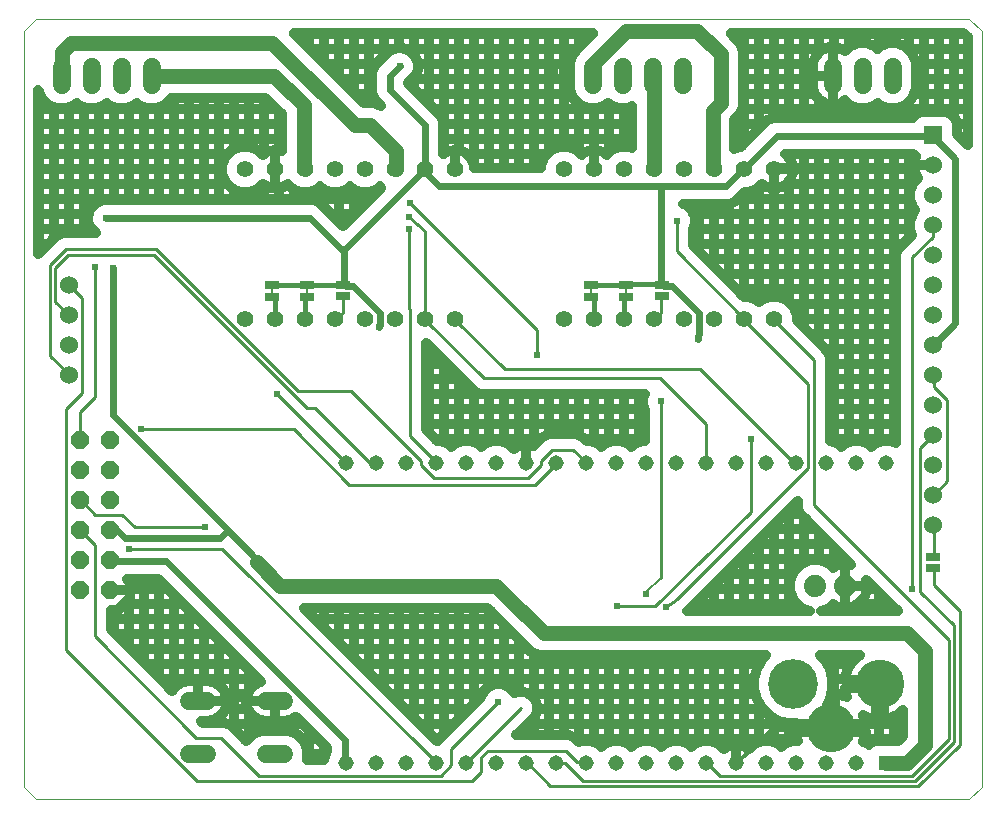
<source format=gbl>
G75*
%MOIN*%
%OFA0B0*%
%FSLAX25Y25*%
%IPPOS*%
%LPD*%
%AMOC8*
5,1,8,0,0,1.08239X$1,22.5*
%
%ADD10C,0.00000*%
%ADD11C,0.06000*%
%ADD12R,0.06000X0.06000*%
%ADD13R,0.05150X0.05150*%
%ADD14C,0.05150*%
%ADD15C,0.05543*%
%ADD16R,0.05000X0.02500*%
%ADD17C,0.00800*%
%ADD18C,0.16598*%
%ADD19C,0.16200*%
%ADD20C,0.07400*%
%ADD21C,0.05937*%
%ADD22C,0.06000*%
%ADD23OC8,0.06000*%
%ADD24C,0.01200*%
%ADD25C,0.02400*%
%ADD26C,0.01600*%
%ADD27C,0.03200*%
%ADD28C,0.05000*%
%ADD29OC8,0.02570*%
%ADD30C,0.02400*%
%ADD31C,0.01000*%
%ADD32C,0.04000*%
D10*
X0001000Y0004937D02*
X0001000Y0256906D01*
X0004937Y0260843D01*
X0315961Y0260843D01*
X0320409Y0256906D01*
X0320409Y0004937D01*
X0315961Y0001000D01*
X0004937Y0001000D01*
X0001000Y0004937D01*
D11*
X0016039Y0142063D03*
X0016039Y0152063D03*
X0016039Y0162063D03*
X0016039Y0172063D03*
X0304150Y0172063D03*
X0304150Y0182063D03*
X0304150Y0192063D03*
X0304150Y0202063D03*
X0304150Y0212063D03*
X0304150Y0162063D03*
X0304150Y0152063D03*
X0304150Y0142063D03*
X0304150Y0132063D03*
X0304150Y0122063D03*
X0304150Y0112063D03*
X0304150Y0102063D03*
X0304150Y0092063D03*
D12*
X0304150Y0222063D03*
D13*
X0288402Y0012811D03*
D14*
X0278402Y0012811D03*
X0268402Y0012811D03*
X0258402Y0012811D03*
X0248402Y0012811D03*
X0238402Y0012811D03*
X0228402Y0012811D03*
X0218402Y0012811D03*
X0208402Y0012811D03*
X0198402Y0012811D03*
X0188402Y0012811D03*
X0178402Y0012811D03*
X0168402Y0012811D03*
X0158402Y0012811D03*
X0148402Y0012811D03*
X0138402Y0012811D03*
X0128402Y0012811D03*
X0118402Y0012811D03*
X0108402Y0012811D03*
X0108402Y0112811D03*
X0118402Y0112811D03*
X0128402Y0112811D03*
X0138402Y0112811D03*
X0148402Y0112811D03*
X0158402Y0112811D03*
X0168402Y0112811D03*
X0178402Y0112811D03*
X0188402Y0112811D03*
X0198402Y0112811D03*
X0208402Y0112811D03*
X0218402Y0112811D03*
X0228402Y0112811D03*
X0238402Y0112811D03*
X0248402Y0112811D03*
X0258402Y0112811D03*
X0268402Y0112811D03*
X0278402Y0112811D03*
X0288402Y0112811D03*
D15*
X0251039Y0160724D03*
X0241039Y0160724D03*
X0231039Y0160724D03*
X0221039Y0160724D03*
X0211039Y0160724D03*
X0201039Y0160724D03*
X0191039Y0160724D03*
X0181039Y0160724D03*
X0144740Y0160724D03*
X0134740Y0160724D03*
X0124740Y0160724D03*
X0114740Y0160724D03*
X0104740Y0160724D03*
X0094740Y0160724D03*
X0084740Y0160724D03*
X0074740Y0160724D03*
X0074740Y0210724D03*
X0084740Y0210724D03*
X0094740Y0210724D03*
X0104740Y0210724D03*
X0114740Y0210724D03*
X0124740Y0210724D03*
X0134740Y0210724D03*
X0144740Y0210724D03*
X0181039Y0210724D03*
X0191039Y0210724D03*
X0201039Y0210724D03*
X0211039Y0210724D03*
X0221039Y0210724D03*
X0231039Y0210724D03*
X0241039Y0210724D03*
X0251039Y0210724D03*
D16*
X0213598Y0172063D03*
X0213598Y0168520D03*
X0201787Y0168291D03*
X0201787Y0172291D03*
X0189976Y0172291D03*
X0189976Y0168291D03*
X0107299Y0168520D03*
X0107299Y0172063D03*
X0095488Y0172291D03*
X0095488Y0168291D03*
X0083677Y0168291D03*
X0083677Y0172291D03*
X0304150Y0081512D03*
X0304150Y0077969D03*
D17*
X0213344Y0074622D02*
X0208480Y0069759D01*
X0208480Y0069110D01*
X0201787Y0168791D02*
X0201787Y0171791D01*
X0189976Y0171791D02*
X0189976Y0168791D01*
X0095488Y0168791D02*
X0095488Y0171791D01*
X0083677Y0171791D02*
X0083677Y0168791D01*
D18*
X0257387Y0039189D03*
D19*
X0269898Y0024380D03*
X0286209Y0039089D03*
D20*
X0274780Y0071866D03*
X0264780Y0071866D03*
D21*
X0087630Y0033480D02*
X0081693Y0033480D01*
X0081693Y0015764D02*
X0087630Y0015764D01*
X0062039Y0015764D02*
X0056102Y0015764D01*
X0056102Y0033480D02*
X0062039Y0033480D01*
D22*
X0043559Y0238906D02*
X0043559Y0244906D01*
X0033559Y0244906D02*
X0033559Y0238906D01*
X0023559Y0238906D02*
X0023559Y0244906D01*
X0013559Y0244906D02*
X0013559Y0238906D01*
X0190724Y0238906D02*
X0190724Y0244906D01*
X0200724Y0244906D02*
X0200724Y0238906D01*
X0210724Y0238906D02*
X0210724Y0244906D01*
X0220724Y0244906D02*
X0220724Y0238906D01*
X0270528Y0238906D02*
X0270528Y0244906D01*
X0280528Y0244906D02*
X0280528Y0238906D01*
X0290528Y0238906D02*
X0290528Y0244906D01*
D23*
X0029622Y0120488D03*
X0029622Y0110488D03*
X0029622Y0100488D03*
X0029622Y0090488D03*
X0029622Y0080488D03*
X0019622Y0080488D03*
X0019622Y0090488D03*
X0019622Y0100488D03*
X0019622Y0110488D03*
X0019622Y0120488D03*
X0019622Y0070488D03*
X0029622Y0070488D03*
D24*
X0059500Y0033850D02*
X0059071Y0033480D01*
X0059500Y0033850D02*
X0084250Y0033850D01*
X0084661Y0033480D01*
X0108402Y0112811D02*
X0108100Y0113050D01*
X0085206Y0135944D01*
X0238600Y0013150D02*
X0238402Y0012811D01*
X0238600Y0013150D02*
X0239163Y0013150D01*
X0249963Y0023950D01*
X0269650Y0023950D01*
X0269898Y0024380D01*
X0251039Y0210724D02*
X0251200Y0211150D01*
X0252100Y0212050D01*
X0303850Y0212050D01*
X0304150Y0212063D01*
D25*
X0225550Y0154113D03*
X0213344Y0133356D03*
X0243269Y0120925D03*
X0208480Y0069110D03*
X0214863Y0064900D03*
X0198638Y0065173D03*
X0172654Y0057693D03*
X0162417Y0067929D03*
X0159176Y0033063D03*
X0061187Y0091450D03*
X0036100Y0084250D03*
X0040150Y0124300D03*
X0085206Y0135944D03*
X0119350Y0158050D03*
X0129475Y0190900D03*
X0129475Y0194894D03*
X0129813Y0199337D03*
X0175409Y0226591D03*
X0178165Y0243126D03*
X0126197Y0245094D03*
X0051963Y0194444D03*
X0030700Y0177852D03*
X0024622Y0178165D03*
X0028507Y0194500D03*
X0172000Y0148713D03*
X0218575Y0193656D03*
X0297100Y0070807D03*
D26*
X0201039Y0160724D02*
X0201039Y0168291D01*
X0201787Y0168291D01*
X0201787Y0172291D02*
X0201787Y0172450D01*
X0213400Y0172450D01*
X0201787Y0172291D02*
X0189976Y0172291D01*
X0189976Y0168291D02*
X0191039Y0168291D01*
X0191039Y0160724D01*
X0175409Y0226591D02*
X0175409Y0240370D01*
X0178165Y0243126D01*
X0107299Y0172291D02*
X0107299Y0172063D01*
X0107299Y0172291D02*
X0095488Y0172291D01*
X0083677Y0172291D01*
X0083677Y0168291D02*
X0084740Y0168291D01*
X0084740Y0160724D01*
X0094740Y0160724D02*
X0094740Y0168291D01*
X0095488Y0168291D01*
D27*
X0107425Y0191960D02*
X0099799Y0199587D01*
X0097593Y0200500D01*
X0053722Y0200500D01*
X0053513Y0200570D01*
X0052536Y0200500D01*
X0027314Y0200500D01*
X0025109Y0199587D01*
X0023421Y0197899D01*
X0022507Y0195693D01*
X0022507Y0193307D01*
X0023421Y0191101D01*
X0025109Y0189413D01*
X0013859Y0189413D01*
X0011911Y0188606D01*
X0010420Y0187115D01*
X0006548Y0183243D01*
X0006548Y0183243D01*
X0005800Y0182495D01*
X0005800Y0237255D01*
X0006947Y0234487D01*
X0009141Y0232293D01*
X0012008Y0231106D01*
X0015111Y0231106D01*
X0017977Y0232293D01*
X0018559Y0232875D01*
X0019141Y0232293D01*
X0022008Y0231106D01*
X0025111Y0231106D01*
X0027977Y0232293D01*
X0028559Y0232875D01*
X0029141Y0232293D01*
X0032008Y0231106D01*
X0035111Y0231106D01*
X0037977Y0232293D01*
X0038559Y0232875D01*
X0039141Y0232293D01*
X0042008Y0231106D01*
X0045111Y0231106D01*
X0047977Y0232293D01*
X0050172Y0234487D01*
X0050221Y0234606D01*
X0081480Y0234606D01*
X0087007Y0229079D01*
X0087007Y0216682D01*
X0086793Y0216771D01*
X0085986Y0216987D01*
X0085158Y0217096D01*
X0084740Y0217096D01*
X0084323Y0217096D01*
X0083494Y0216987D01*
X0082688Y0216771D01*
X0081916Y0216451D01*
X0081193Y0216034D01*
X0080596Y0215576D01*
X0079029Y0217143D01*
X0076246Y0218296D01*
X0073234Y0218296D01*
X0070451Y0217143D01*
X0068321Y0215013D01*
X0067169Y0212230D01*
X0067169Y0209218D01*
X0068321Y0206435D01*
X0070451Y0204305D01*
X0073234Y0203153D01*
X0076246Y0203153D01*
X0079029Y0204305D01*
X0080596Y0205873D01*
X0081193Y0205415D01*
X0081916Y0204998D01*
X0082688Y0204678D01*
X0083494Y0204462D01*
X0084323Y0204353D01*
X0084740Y0204353D01*
X0084740Y0210724D01*
X0084740Y0210724D01*
X0084740Y0204353D01*
X0085158Y0204353D01*
X0085986Y0204462D01*
X0086793Y0204678D01*
X0087564Y0204998D01*
X0088288Y0205415D01*
X0088884Y0205873D01*
X0090451Y0204305D01*
X0093234Y0203153D01*
X0096246Y0203153D01*
X0099029Y0204305D01*
X0099740Y0205016D01*
X0100451Y0204305D01*
X0103234Y0203153D01*
X0106246Y0203153D01*
X0109029Y0204305D01*
X0109740Y0205016D01*
X0110451Y0204305D01*
X0113234Y0203153D01*
X0116246Y0203153D01*
X0119029Y0204305D01*
X0119740Y0205016D01*
X0120111Y0204646D01*
X0107425Y0191960D01*
X0106000Y0193385D02*
X0106000Y0203153D01*
X0101000Y0204078D02*
X0101000Y0198385D01*
X0103385Y0196000D02*
X0111465Y0196000D01*
X0111000Y0195535D02*
X0111000Y0204078D01*
X0116000Y0203153D02*
X0116000Y0200535D01*
X0116465Y0201000D02*
X0005800Y0201000D01*
X0005800Y0196000D02*
X0022634Y0196000D01*
X0026000Y0199956D02*
X0026000Y0231474D01*
X0031000Y0231523D02*
X0031000Y0200500D01*
X0036000Y0200500D02*
X0036000Y0231474D01*
X0041000Y0231523D02*
X0041000Y0200500D01*
X0046000Y0200500D02*
X0046000Y0231474D01*
X0051000Y0234606D02*
X0051000Y0200500D01*
X0056000Y0200500D02*
X0056000Y0234606D01*
X0061000Y0234606D02*
X0061000Y0200500D01*
X0066000Y0200500D02*
X0066000Y0234606D01*
X0071000Y0234606D02*
X0071000Y0217371D01*
X0069308Y0216000D02*
X0005800Y0216000D01*
X0005800Y0211000D02*
X0067169Y0211000D01*
X0068757Y0206000D02*
X0005800Y0206000D01*
X0005800Y0191000D02*
X0023522Y0191000D01*
X0025109Y0189413D02*
X0025109Y0189413D01*
X0021000Y0189413D02*
X0021000Y0231523D01*
X0016000Y0231474D02*
X0016000Y0189413D01*
X0011000Y0187695D02*
X0011000Y0231523D01*
X0005800Y0231000D02*
X0085086Y0231000D01*
X0086000Y0230086D02*
X0086000Y0216983D01*
X0084740Y0217096D02*
X0084740Y0210725D01*
X0084740Y0217096D01*
X0084740Y0216000D02*
X0084740Y0216000D01*
X0081149Y0216000D02*
X0080172Y0216000D01*
X0081000Y0215886D02*
X0081000Y0234606D01*
X0076000Y0234606D02*
X0076000Y0218296D01*
X0084740Y0211000D02*
X0084740Y0211000D01*
X0084740Y0210725D02*
X0084740Y0210725D01*
X0084740Y0206000D02*
X0084740Y0206000D01*
X0086000Y0204466D02*
X0086000Y0200500D01*
X0081000Y0200500D02*
X0081000Y0205563D01*
X0076000Y0203153D02*
X0076000Y0200500D01*
X0071000Y0200500D02*
X0071000Y0204078D01*
X0091000Y0204078D02*
X0091000Y0200500D01*
X0096000Y0200500D02*
X0096000Y0203153D01*
X0087007Y0221000D02*
X0005800Y0221000D01*
X0005800Y0226000D02*
X0087007Y0226000D01*
X0105969Y0241000D02*
X0117047Y0241000D01*
X0117047Y0243138D02*
X0117047Y0236027D01*
X0117961Y0233822D01*
X0119649Y0232134D01*
X0119969Y0231814D01*
X0117806Y0232709D01*
X0114260Y0232709D01*
X0090927Y0256043D01*
X0190601Y0256043D01*
X0184536Y0249978D01*
X0184373Y0249585D01*
X0184112Y0249324D01*
X0182924Y0246457D01*
X0182924Y0237354D01*
X0184112Y0234487D01*
X0186306Y0232293D01*
X0189173Y0231106D01*
X0192276Y0231106D01*
X0195143Y0232293D01*
X0195724Y0232875D01*
X0196306Y0232293D01*
X0199173Y0231106D01*
X0202276Y0231106D01*
X0203739Y0231712D01*
X0203739Y0217802D01*
X0202545Y0218296D01*
X0199533Y0218296D01*
X0196750Y0217143D01*
X0195183Y0215576D01*
X0194587Y0216034D01*
X0193864Y0216451D01*
X0193092Y0216771D01*
X0192285Y0216987D01*
X0191457Y0217096D01*
X0191039Y0217096D01*
X0190622Y0217096D01*
X0189794Y0216987D01*
X0188987Y0216771D01*
X0188215Y0216451D01*
X0187492Y0216034D01*
X0186896Y0215576D01*
X0185328Y0217143D01*
X0182545Y0218296D01*
X0179533Y0218296D01*
X0176750Y0217143D01*
X0174620Y0215013D01*
X0173468Y0212230D01*
X0173468Y0211300D01*
X0151091Y0211300D01*
X0151003Y0211970D01*
X0150787Y0212777D01*
X0150467Y0213549D01*
X0150049Y0214272D01*
X0149541Y0214935D01*
X0148950Y0215525D01*
X0148288Y0216034D01*
X0147564Y0216451D01*
X0146793Y0216771D01*
X0145986Y0216987D01*
X0145158Y0217096D01*
X0144740Y0217096D01*
X0144323Y0217096D01*
X0143494Y0216987D01*
X0142688Y0216771D01*
X0141916Y0216451D01*
X0141193Y0216034D01*
X0140740Y0215686D01*
X0140740Y0226721D01*
X0139827Y0228926D01*
X0129170Y0239583D01*
X0129596Y0240008D01*
X0131283Y0241696D01*
X0132197Y0243901D01*
X0132197Y0246288D01*
X0131283Y0248493D01*
X0129596Y0250181D01*
X0127390Y0251094D01*
X0125003Y0251094D01*
X0122798Y0250181D01*
X0121110Y0248493D01*
X0117961Y0245344D01*
X0117047Y0243138D01*
X0118617Y0246000D02*
X0100969Y0246000D01*
X0101000Y0245969D02*
X0101000Y0256043D01*
X0106000Y0256043D02*
X0106000Y0240969D01*
X0110969Y0236000D02*
X0117058Y0236000D01*
X0116000Y0232709D02*
X0116000Y0256043D01*
X0121000Y0256043D02*
X0121000Y0248383D01*
X0124775Y0251000D02*
X0095969Y0251000D01*
X0096000Y0250969D02*
X0096000Y0256043D01*
X0091000Y0255969D02*
X0091000Y0256043D01*
X0090969Y0256000D02*
X0190558Y0256000D01*
X0186000Y0256043D02*
X0186000Y0251442D01*
X0185558Y0251000D02*
X0127618Y0251000D01*
X0126000Y0251094D02*
X0126000Y0256043D01*
X0131000Y0256043D02*
X0131000Y0248777D01*
X0132197Y0246000D02*
X0182924Y0246000D01*
X0182924Y0241000D02*
X0130588Y0241000D01*
X0131000Y0241412D02*
X0131000Y0237753D01*
X0132753Y0236000D02*
X0183485Y0236000D01*
X0186000Y0232599D02*
X0186000Y0216472D01*
X0186472Y0216000D02*
X0187448Y0216000D01*
X0191039Y0216000D02*
X0191039Y0216000D01*
X0191039Y0217096D02*
X0191039Y0211300D01*
X0191039Y0211300D01*
X0191039Y0217096D01*
X0191000Y0217096D02*
X0191000Y0231106D01*
X0196000Y0232599D02*
X0196000Y0216393D01*
X0195607Y0216000D02*
X0194631Y0216000D01*
X0201000Y0218296D02*
X0201000Y0231106D01*
X0203739Y0231000D02*
X0137753Y0231000D01*
X0136000Y0232753D02*
X0136000Y0256043D01*
X0141000Y0256043D02*
X0141000Y0215886D01*
X0141149Y0216000D02*
X0140740Y0216000D01*
X0144740Y0216000D02*
X0144740Y0216000D01*
X0144740Y0217096D02*
X0144740Y0211300D01*
X0144740Y0211300D01*
X0144740Y0217096D01*
X0146000Y0216983D02*
X0146000Y0256043D01*
X0151000Y0256043D02*
X0151000Y0211980D01*
X0148331Y0216000D02*
X0175607Y0216000D01*
X0176000Y0216393D02*
X0176000Y0256043D01*
X0171000Y0256043D02*
X0171000Y0211300D01*
X0166000Y0211300D02*
X0166000Y0256043D01*
X0161000Y0256043D02*
X0161000Y0211300D01*
X0156000Y0211300D02*
X0156000Y0256043D01*
X0181000Y0256043D02*
X0181000Y0218296D01*
X0203739Y0221000D02*
X0140740Y0221000D01*
X0140740Y0226000D02*
X0203739Y0226000D01*
X0220627Y0199300D02*
X0236193Y0199300D01*
X0238399Y0200213D01*
X0241338Y0203153D01*
X0242545Y0203153D01*
X0245328Y0204305D01*
X0246896Y0205873D01*
X0247492Y0205415D01*
X0248215Y0204998D01*
X0248987Y0204678D01*
X0249794Y0204462D01*
X0250622Y0204353D01*
X0251039Y0204353D01*
X0251039Y0210724D01*
X0251039Y0210724D01*
X0251039Y0204353D01*
X0251457Y0204353D01*
X0252285Y0204462D01*
X0253092Y0204678D01*
X0253864Y0204998D01*
X0254587Y0205415D01*
X0255249Y0205924D01*
X0255840Y0206514D01*
X0256349Y0207177D01*
X0256766Y0207900D01*
X0257086Y0208672D01*
X0257302Y0209479D01*
X0257411Y0210307D01*
X0257411Y0210724D01*
X0251039Y0210724D01*
X0251039Y0210724D01*
X0257411Y0210724D01*
X0257411Y0211142D01*
X0257302Y0211970D01*
X0257086Y0212777D01*
X0256766Y0213549D01*
X0256349Y0214272D01*
X0255840Y0214935D01*
X0255249Y0215525D01*
X0254696Y0215950D01*
X0297474Y0215950D01*
X0298298Y0215127D01*
X0298218Y0214988D01*
X0297886Y0214189D01*
X0297663Y0213353D01*
X0297550Y0212496D01*
X0297550Y0212063D01*
X0297550Y0211630D01*
X0297663Y0210773D01*
X0297886Y0209937D01*
X0298218Y0209138D01*
X0298650Y0208388D01*
X0298995Y0207939D01*
X0297537Y0206481D01*
X0296350Y0203615D01*
X0296350Y0200511D01*
X0297537Y0197645D01*
X0298119Y0197063D01*
X0297537Y0196481D01*
X0296350Y0193615D01*
X0296350Y0190511D01*
X0297028Y0188873D01*
X0294098Y0185943D01*
X0292607Y0184452D01*
X0291800Y0182504D01*
X0291800Y0119386D01*
X0289869Y0120186D01*
X0286935Y0120186D01*
X0284224Y0119063D01*
X0283402Y0118241D01*
X0282579Y0119063D01*
X0279869Y0120186D01*
X0276935Y0120186D01*
X0274224Y0119063D01*
X0273402Y0118241D01*
X0272579Y0119063D01*
X0269869Y0120186D01*
X0269550Y0120186D01*
X0269550Y0148304D01*
X0268743Y0150252D01*
X0258611Y0160384D01*
X0258611Y0162230D01*
X0257458Y0165013D01*
X0255328Y0167143D01*
X0252545Y0168296D01*
X0249533Y0168296D01*
X0246750Y0167143D01*
X0246039Y0166432D01*
X0245328Y0167143D01*
X0242545Y0168296D01*
X0240866Y0168296D01*
X0223875Y0185587D01*
X0223875Y0190772D01*
X0224575Y0192462D01*
X0224575Y0194849D01*
X0223661Y0197055D01*
X0221974Y0198742D01*
X0220627Y0199300D01*
X0221000Y0199300D02*
X0221000Y0199146D01*
X0224098Y0196000D02*
X0297338Y0196000D01*
X0296350Y0201000D02*
X0239185Y0201000D01*
X0241000Y0202815D02*
X0241000Y0168296D01*
X0238209Y0171000D02*
X0291800Y0171000D01*
X0291800Y0176000D02*
X0233295Y0176000D01*
X0231000Y0178336D02*
X0231000Y0199300D01*
X0226000Y0199300D02*
X0226000Y0183424D01*
X0223875Y0186000D02*
X0294155Y0186000D01*
X0296000Y0187845D02*
X0296000Y0215950D01*
X0297550Y0212063D02*
X0304149Y0212063D01*
X0297550Y0212063D01*
X0297633Y0211000D02*
X0257411Y0211000D01*
X0256000Y0210724D02*
X0256000Y0210724D01*
X0256000Y0214726D02*
X0256000Y0215950D01*
X0261000Y0215950D02*
X0261000Y0157995D01*
X0262995Y0156000D02*
X0291800Y0156000D01*
X0291800Y0151000D02*
X0267995Y0151000D01*
X0266000Y0152995D02*
X0266000Y0215950D01*
X0271000Y0215950D02*
X0271000Y0119717D01*
X0269550Y0121000D02*
X0291800Y0121000D01*
X0291000Y0119717D02*
X0291000Y0215950D01*
X0286000Y0215950D02*
X0286000Y0119799D01*
X0281000Y0119717D02*
X0281000Y0215950D01*
X0276000Y0215950D02*
X0276000Y0119799D01*
X0269550Y0126000D02*
X0291800Y0126000D01*
X0291800Y0131000D02*
X0269550Y0131000D01*
X0269550Y0136000D02*
X0291800Y0136000D01*
X0291800Y0141000D02*
X0269550Y0141000D01*
X0269550Y0146000D02*
X0291800Y0146000D01*
X0291800Y0161000D02*
X0258611Y0161000D01*
X0256472Y0166000D02*
X0291800Y0166000D01*
X0291800Y0181000D02*
X0228382Y0181000D01*
X0236000Y0173248D02*
X0236000Y0199300D01*
X0246000Y0204977D02*
X0246000Y0166472D01*
X0251000Y0168296D02*
X0251000Y0204353D01*
X0251039Y0206000D02*
X0251039Y0206000D01*
X0255326Y0206000D02*
X0297338Y0206000D01*
X0301000Y0212063D02*
X0301000Y0212063D01*
X0304149Y0212063D02*
X0304149Y0212063D01*
X0313285Y0221000D02*
X0315609Y0221000D01*
X0314899Y0219387D02*
X0311950Y0222336D01*
X0311950Y0226018D01*
X0311219Y0227782D01*
X0309869Y0229132D01*
X0308104Y0229863D01*
X0300195Y0229863D01*
X0298431Y0229132D01*
X0297248Y0227950D01*
X0250907Y0227950D01*
X0248702Y0227037D01*
X0247014Y0225349D01*
X0239961Y0218296D01*
X0239533Y0218296D01*
X0237828Y0217590D01*
X0237828Y0227110D01*
X0239472Y0228755D01*
X0240583Y0231438D01*
X0240583Y0250484D01*
X0239472Y0253167D01*
X0237419Y0255220D01*
X0236596Y0256043D01*
X0314142Y0256043D01*
X0315609Y0254744D01*
X0315609Y0218676D01*
X0314899Y0219387D01*
X0314899Y0219387D01*
X0315609Y0226000D02*
X0311950Y0226000D01*
X0311000Y0228001D02*
X0311000Y0256043D01*
X0314190Y0256000D02*
X0236639Y0256000D01*
X0241000Y0256043D02*
X0241000Y0219335D01*
X0242665Y0221000D02*
X0237828Y0221000D01*
X0237828Y0226000D02*
X0247665Y0226000D01*
X0246000Y0224335D02*
X0246000Y0256043D01*
X0251000Y0256043D02*
X0251000Y0227950D01*
X0256000Y0227950D02*
X0256000Y0256043D01*
X0261000Y0256043D02*
X0261000Y0227950D01*
X0266000Y0227950D02*
X0266000Y0234099D01*
X0266167Y0233933D02*
X0266853Y0233406D01*
X0267602Y0232973D01*
X0268402Y0232642D01*
X0269237Y0232418D01*
X0270095Y0232306D01*
X0270527Y0232306D01*
X0270527Y0241905D01*
X0270528Y0241905D01*
X0270528Y0232306D01*
X0270960Y0232306D01*
X0271818Y0232418D01*
X0272654Y0232642D01*
X0273453Y0232973D01*
X0274202Y0233406D01*
X0274651Y0233751D01*
X0276109Y0232293D01*
X0278976Y0231106D01*
X0282079Y0231106D01*
X0284946Y0232293D01*
X0285528Y0232875D01*
X0286109Y0232293D01*
X0288976Y0231106D01*
X0292079Y0231106D01*
X0294946Y0232293D01*
X0297140Y0234487D01*
X0298328Y0237354D01*
X0298328Y0246457D01*
X0297140Y0249324D01*
X0294946Y0251518D01*
X0292079Y0252705D01*
X0288976Y0252705D01*
X0286109Y0251518D01*
X0285528Y0250936D01*
X0284946Y0251518D01*
X0282079Y0252705D01*
X0278976Y0252705D01*
X0276109Y0251518D01*
X0274651Y0250060D01*
X0274202Y0250405D01*
X0273453Y0250838D01*
X0272654Y0251169D01*
X0271818Y0251393D01*
X0270960Y0251505D01*
X0270528Y0251505D01*
X0270528Y0241906D01*
X0270527Y0241906D01*
X0270527Y0241905D01*
X0263928Y0241905D01*
X0263928Y0238473D01*
X0264040Y0237615D01*
X0264264Y0236779D01*
X0264595Y0235980D01*
X0265028Y0235231D01*
X0265555Y0234544D01*
X0266167Y0233933D01*
X0264587Y0236000D02*
X0240583Y0236000D01*
X0240583Y0241000D02*
X0263928Y0241000D01*
X0263928Y0241906D02*
X0270527Y0241906D01*
X0270527Y0251505D01*
X0270095Y0251505D01*
X0269237Y0251393D01*
X0268402Y0251169D01*
X0267602Y0250838D01*
X0266853Y0250405D01*
X0266167Y0249878D01*
X0265555Y0249267D01*
X0265028Y0248580D01*
X0264595Y0247831D01*
X0264264Y0247032D01*
X0264040Y0246196D01*
X0263928Y0245338D01*
X0263928Y0241906D01*
X0266000Y0241905D02*
X0266000Y0241906D01*
X0264015Y0246000D02*
X0240583Y0246000D01*
X0240370Y0251000D02*
X0267994Y0251000D01*
X0266000Y0249712D02*
X0266000Y0256043D01*
X0271000Y0256043D02*
X0271000Y0251500D01*
X0270528Y0251000D02*
X0270527Y0251000D01*
X0273061Y0251000D02*
X0275591Y0251000D01*
X0276000Y0251409D02*
X0276000Y0256043D01*
X0281000Y0256043D02*
X0281000Y0252705D01*
X0285464Y0251000D02*
X0285591Y0251000D01*
X0286000Y0251409D02*
X0286000Y0256043D01*
X0291000Y0256043D02*
X0291000Y0252705D01*
X0295464Y0251000D02*
X0315609Y0251000D01*
X0315609Y0246000D02*
X0298328Y0246000D01*
X0296000Y0250464D02*
X0296000Y0256043D01*
X0301000Y0256043D02*
X0301000Y0229863D01*
X0296000Y0227950D02*
X0296000Y0233347D01*
X0297767Y0236000D02*
X0315609Y0236000D01*
X0315609Y0241000D02*
X0298328Y0241000D01*
X0291000Y0231106D02*
X0291000Y0227950D01*
X0286000Y0227950D02*
X0286000Y0232402D01*
X0281000Y0231106D02*
X0281000Y0227950D01*
X0276000Y0227950D02*
X0276000Y0232402D01*
X0271000Y0232311D02*
X0271000Y0227950D01*
X0270527Y0236000D02*
X0270528Y0236000D01*
X0270527Y0241000D02*
X0270528Y0241000D01*
X0270527Y0246000D02*
X0270528Y0246000D01*
X0240402Y0231000D02*
X0315609Y0231000D01*
X0306000Y0229863D02*
X0306000Y0256043D01*
X0256000Y0206723D02*
X0256000Y0166472D01*
X0223969Y0191000D02*
X0296350Y0191000D01*
X0207846Y0135763D02*
X0207344Y0134550D01*
X0207344Y0132163D01*
X0208044Y0130473D01*
X0208044Y0120186D01*
X0206935Y0120186D01*
X0204224Y0119063D01*
X0203402Y0118241D01*
X0202579Y0119063D01*
X0199869Y0120186D01*
X0196935Y0120186D01*
X0194224Y0119063D01*
X0193402Y0118241D01*
X0192579Y0119063D01*
X0189869Y0120186D01*
X0188559Y0120186D01*
X0187152Y0121593D01*
X0185204Y0122400D01*
X0175896Y0122400D01*
X0173948Y0121593D01*
X0172457Y0120102D01*
X0170849Y0118494D01*
X0170772Y0118533D01*
X0169848Y0118834D01*
X0168888Y0118986D01*
X0168402Y0118986D01*
X0168402Y0115244D01*
X0168402Y0115244D01*
X0168402Y0118986D01*
X0167916Y0118986D01*
X0166956Y0118834D01*
X0166031Y0118533D01*
X0165165Y0118092D01*
X0164379Y0117521D01*
X0164250Y0117392D01*
X0162579Y0119063D01*
X0159869Y0120186D01*
X0156935Y0120186D01*
X0154224Y0119063D01*
X0153402Y0118241D01*
X0152579Y0119063D01*
X0149869Y0120186D01*
X0146935Y0120186D01*
X0144224Y0119063D01*
X0143402Y0118241D01*
X0142579Y0119063D01*
X0139869Y0120186D01*
X0138762Y0120186D01*
X0135113Y0124006D01*
X0135113Y0152792D01*
X0151335Y0136570D01*
X0153283Y0135763D01*
X0207846Y0135763D01*
X0206000Y0135763D02*
X0206000Y0119799D01*
X0208044Y0121000D02*
X0187745Y0121000D01*
X0186000Y0122070D02*
X0186000Y0135763D01*
X0181000Y0135763D02*
X0181000Y0122400D01*
X0176000Y0122400D02*
X0176000Y0135763D01*
X0171000Y0135763D02*
X0171000Y0118645D01*
X0173355Y0121000D02*
X0137985Y0121000D01*
X0136000Y0123077D02*
X0136000Y0151905D01*
X0135113Y0151000D02*
X0136905Y0151000D01*
X0135113Y0146000D02*
X0141905Y0146000D01*
X0141000Y0146905D02*
X0141000Y0119717D01*
X0146000Y0119799D02*
X0146000Y0141905D01*
X0146905Y0141000D02*
X0135113Y0141000D01*
X0135113Y0136000D02*
X0152711Y0136000D01*
X0151000Y0136905D02*
X0151000Y0119717D01*
X0156000Y0119799D02*
X0156000Y0135763D01*
X0161000Y0135763D02*
X0161000Y0119717D01*
X0166000Y0118518D02*
X0166000Y0135763D01*
X0168402Y0116000D02*
X0168402Y0116000D01*
X0191000Y0119717D02*
X0191000Y0135763D01*
X0196000Y0135763D02*
X0196000Y0119799D01*
X0201000Y0119717D02*
X0201000Y0135763D01*
X0207825Y0131000D02*
X0135113Y0131000D01*
X0135113Y0126000D02*
X0208044Y0126000D01*
X0246000Y0087305D02*
X0246000Y0063418D01*
X0241000Y0063418D02*
X0241000Y0082305D01*
X0239695Y0081000D02*
X0274631Y0081000D01*
X0274779Y0079166D02*
X0274301Y0079166D01*
X0273352Y0079041D01*
X0272428Y0078794D01*
X0271544Y0078427D01*
X0270717Y0077950D01*
X0269594Y0079072D01*
X0266470Y0080366D01*
X0263089Y0080366D01*
X0259965Y0079072D01*
X0257574Y0076681D01*
X0256280Y0073557D01*
X0256280Y0070175D01*
X0257574Y0067051D01*
X0259965Y0064660D01*
X0262963Y0063418D01*
X0222113Y0063418D01*
X0222201Y0063506D01*
X0222667Y0063825D01*
X0222940Y0064244D01*
X0258950Y0100255D01*
X0258950Y0097822D01*
X0259757Y0095874D01*
X0261248Y0094383D01*
X0276730Y0078901D01*
X0276207Y0079041D01*
X0275258Y0079166D01*
X0274780Y0079166D01*
X0274780Y0071866D01*
X0274780Y0071866D01*
X0282080Y0071866D01*
X0282080Y0071388D01*
X0281955Y0070439D01*
X0281707Y0069515D01*
X0281341Y0068630D01*
X0280862Y0067802D01*
X0280280Y0067043D01*
X0279603Y0066366D01*
X0278844Y0065783D01*
X0278015Y0065305D01*
X0277131Y0064939D01*
X0276207Y0064691D01*
X0275258Y0064566D01*
X0274780Y0064566D01*
X0274780Y0071866D01*
X0282080Y0071866D01*
X0282080Y0072345D01*
X0281955Y0073293D01*
X0281815Y0073816D01*
X0292213Y0063418D01*
X0266596Y0063418D01*
X0269594Y0064660D01*
X0270717Y0065783D01*
X0271544Y0065305D01*
X0272428Y0064939D01*
X0273352Y0064691D01*
X0274301Y0064566D01*
X0274779Y0064566D01*
X0274779Y0071866D01*
X0274780Y0071866D01*
X0274779Y0071866D01*
X0274779Y0079166D01*
X0276000Y0079068D02*
X0276000Y0079631D01*
X0274779Y0076000D02*
X0274780Y0076000D01*
X0276000Y0071866D02*
X0276000Y0071866D01*
X0274779Y0071000D02*
X0274780Y0071000D01*
X0274779Y0066000D02*
X0274780Y0066000D01*
X0276000Y0064664D02*
X0276000Y0063418D01*
X0279126Y0066000D02*
X0289631Y0066000D01*
X0291000Y0064631D02*
X0291000Y0063418D01*
X0286000Y0063418D02*
X0286000Y0069631D01*
X0284631Y0071000D02*
X0282028Y0071000D01*
X0281000Y0071866D02*
X0281000Y0071866D01*
X0281000Y0068040D02*
X0281000Y0063418D01*
X0271000Y0063418D02*
X0271000Y0065619D01*
X0261000Y0064231D02*
X0261000Y0063418D01*
X0258625Y0066000D02*
X0224695Y0066000D01*
X0226000Y0067305D02*
X0226000Y0063418D01*
X0231000Y0063418D02*
X0231000Y0072305D01*
X0229695Y0071000D02*
X0256280Y0071000D01*
X0257291Y0076000D02*
X0234695Y0076000D01*
X0236000Y0077305D02*
X0236000Y0063418D01*
X0236000Y0048818D02*
X0236000Y0018518D01*
X0236031Y0018533D02*
X0235165Y0018092D01*
X0234379Y0017521D01*
X0234250Y0017392D01*
X0232579Y0019063D01*
X0229869Y0020186D01*
X0226935Y0020186D01*
X0224224Y0019063D01*
X0223402Y0018241D01*
X0222579Y0019063D01*
X0219869Y0020186D01*
X0216935Y0020186D01*
X0214224Y0019063D01*
X0213402Y0018241D01*
X0212579Y0019063D01*
X0209869Y0020186D01*
X0206935Y0020186D01*
X0204224Y0019063D01*
X0203402Y0018241D01*
X0202579Y0019063D01*
X0199869Y0020186D01*
X0196935Y0020186D01*
X0194224Y0019063D01*
X0193402Y0018241D01*
X0192579Y0019063D01*
X0189869Y0020186D01*
X0186935Y0020186D01*
X0186086Y0019834D01*
X0184677Y0021243D01*
X0182729Y0022050D01*
X0164995Y0022050D01*
X0171206Y0028261D01*
X0172013Y0030209D01*
X0172013Y0032317D01*
X0171206Y0034265D01*
X0169715Y0035756D01*
X0167767Y0036563D01*
X0165659Y0036563D01*
X0164431Y0036055D01*
X0164263Y0036462D01*
X0162575Y0038150D01*
X0160369Y0039063D01*
X0157983Y0039063D01*
X0155777Y0038150D01*
X0154089Y0036462D01*
X0153389Y0034772D01*
X0140479Y0021861D01*
X0138988Y0020370D01*
X0138912Y0020186D01*
X0138709Y0020186D01*
X0094329Y0064566D01*
X0155457Y0064566D01*
X0156229Y0063794D01*
X0166465Y0053558D01*
X0166465Y0053558D01*
X0168040Y0051983D01*
X0170093Y0049929D01*
X0172776Y0048818D01*
X0248491Y0048818D01*
X0246905Y0047232D01*
X0245180Y0044245D01*
X0244287Y0040914D01*
X0244287Y0037464D01*
X0245180Y0034133D01*
X0246905Y0031146D01*
X0249344Y0028707D01*
X0252330Y0026982D01*
X0255662Y0026090D01*
X0258316Y0026090D01*
X0258276Y0025730D01*
X0268548Y0025730D01*
X0268548Y0032322D01*
X0269593Y0034133D01*
X0270486Y0037464D01*
X0270486Y0040914D01*
X0269593Y0044245D01*
X0267869Y0047232D01*
X0266283Y0048818D01*
X0279701Y0048818D01*
X0279428Y0048646D01*
X0278400Y0047827D01*
X0277471Y0046898D01*
X0276652Y0045870D01*
X0275952Y0044757D01*
X0275382Y0043573D01*
X0274948Y0042333D01*
X0274656Y0041052D01*
X0274587Y0040439D01*
X0284859Y0040439D01*
X0284859Y0037739D01*
X0287559Y0037739D01*
X0287559Y0027467D01*
X0288172Y0027536D01*
X0289453Y0027829D01*
X0290693Y0028263D01*
X0291877Y0028833D01*
X0292990Y0029532D01*
X0294017Y0030351D01*
X0294094Y0030428D01*
X0294094Y0021740D01*
X0292464Y0020111D01*
X0292112Y0020111D01*
X0291931Y0020186D01*
X0284872Y0020186D01*
X0283108Y0019455D01*
X0282647Y0018995D01*
X0282579Y0019063D01*
X0280698Y0019842D01*
X0280724Y0019895D01*
X0281158Y0021135D01*
X0281450Y0022417D01*
X0281520Y0023030D01*
X0271248Y0023030D01*
X0271248Y0025730D01*
X0268548Y0025730D01*
X0268548Y0023030D01*
X0258276Y0023030D01*
X0258345Y0022417D01*
X0258637Y0021135D01*
X0258969Y0020186D01*
X0256935Y0020186D01*
X0254224Y0019063D01*
X0253402Y0018241D01*
X0252579Y0019063D01*
X0249869Y0020186D01*
X0246935Y0020186D01*
X0244224Y0019063D01*
X0242553Y0017392D01*
X0242424Y0017521D01*
X0241638Y0018092D01*
X0240772Y0018533D01*
X0239848Y0018834D01*
X0238888Y0018986D01*
X0238402Y0018986D01*
X0238402Y0013950D01*
X0238402Y0013950D01*
X0238402Y0018986D01*
X0237916Y0018986D01*
X0236956Y0018834D01*
X0236031Y0018533D01*
X0238402Y0016000D02*
X0238402Y0016000D01*
X0241000Y0018417D02*
X0241000Y0048818D01*
X0246000Y0048818D02*
X0246000Y0045665D01*
X0246193Y0046000D02*
X0112895Y0046000D01*
X0111000Y0047895D02*
X0111000Y0064566D01*
X0106000Y0064566D02*
X0106000Y0052895D01*
X0107895Y0051000D02*
X0169023Y0051000D01*
X0168040Y0051983D02*
X0168040Y0051983D01*
X0166000Y0054023D02*
X0166000Y0036563D01*
X0169126Y0036000D02*
X0244680Y0036000D01*
X0246000Y0032713D02*
X0246000Y0019799D01*
X0251000Y0019717D02*
X0251000Y0027751D01*
X0256000Y0026090D02*
X0256000Y0019799D01*
X0258685Y0021000D02*
X0184920Y0021000D01*
X0186000Y0019920D02*
X0186000Y0048818D01*
X0181000Y0048818D02*
X0181000Y0022050D01*
X0176000Y0022050D02*
X0176000Y0048818D01*
X0171000Y0049554D02*
X0171000Y0034471D01*
X0172013Y0031000D02*
X0247051Y0031000D01*
X0244311Y0041000D02*
X0117895Y0041000D01*
X0116000Y0042895D02*
X0116000Y0064566D01*
X0121000Y0064566D02*
X0121000Y0037895D01*
X0122895Y0036000D02*
X0153898Y0036000D01*
X0156000Y0038242D02*
X0156000Y0064023D01*
X0156229Y0063794D02*
X0156229Y0063794D01*
X0159023Y0061000D02*
X0097895Y0061000D01*
X0096000Y0062895D02*
X0096000Y0064566D01*
X0101000Y0064566D02*
X0101000Y0057895D01*
X0102895Y0056000D02*
X0164023Y0056000D01*
X0161000Y0059023D02*
X0161000Y0038802D01*
X0171000Y0028055D02*
X0171000Y0022050D01*
X0168945Y0026000D02*
X0258306Y0026000D01*
X0261000Y0025730D02*
X0261000Y0023030D01*
X0266000Y0023030D02*
X0266000Y0025730D01*
X0268548Y0026000D02*
X0271248Y0026000D01*
X0271248Y0025730D02*
X0271248Y0036001D01*
X0271861Y0035932D01*
X0273142Y0035640D01*
X0274382Y0035206D01*
X0275332Y0034749D01*
X0274948Y0035845D01*
X0274656Y0037126D01*
X0274587Y0037739D01*
X0284859Y0037739D01*
X0284859Y0027467D01*
X0284246Y0027536D01*
X0282965Y0027829D01*
X0281724Y0028263D01*
X0280774Y0028720D01*
X0281158Y0027624D01*
X0281450Y0026342D01*
X0281520Y0025730D01*
X0271248Y0025730D01*
X0271000Y0025730D02*
X0271000Y0048818D01*
X0268580Y0046000D02*
X0276755Y0046000D01*
X0276000Y0044833D02*
X0276000Y0048818D01*
X0274650Y0041000D02*
X0270463Y0041000D01*
X0276000Y0040439D02*
X0276000Y0037739D01*
X0274913Y0036000D02*
X0271260Y0036000D01*
X0271248Y0036000D02*
X0270093Y0036000D01*
X0271248Y0031000D02*
X0268548Y0031000D01*
X0276000Y0025730D02*
X0276000Y0023030D01*
X0281000Y0023030D02*
X0281000Y0025730D01*
X0281489Y0026000D02*
X0294094Y0026000D01*
X0291000Y0028410D02*
X0291000Y0020186D01*
X0293353Y0021000D02*
X0281111Y0021000D01*
X0281000Y0020684D02*
X0281000Y0019717D01*
X0286000Y0020186D02*
X0286000Y0037739D01*
X0284859Y0036000D02*
X0287559Y0036000D01*
X0287559Y0031000D02*
X0284859Y0031000D01*
X0281000Y0028611D02*
X0281000Y0028075D01*
X0281000Y0037739D02*
X0281000Y0040439D01*
X0256000Y0063418D02*
X0256000Y0097305D01*
X0254695Y0096000D02*
X0259705Y0096000D01*
X0261000Y0094631D02*
X0261000Y0079501D01*
X0266000Y0080366D02*
X0266000Y0089631D01*
X0264631Y0091000D02*
X0249695Y0091000D01*
X0251000Y0092305D02*
X0251000Y0063418D01*
X0271000Y0078113D02*
X0271000Y0084631D01*
X0269631Y0086000D02*
X0244695Y0086000D01*
X0231000Y0048818D02*
X0231000Y0019717D01*
X0226000Y0019799D02*
X0226000Y0048818D01*
X0221000Y0048818D02*
X0221000Y0019717D01*
X0216000Y0019799D02*
X0216000Y0048818D01*
X0211000Y0048818D02*
X0211000Y0019717D01*
X0206000Y0019799D02*
X0206000Y0048818D01*
X0201000Y0048818D02*
X0201000Y0019717D01*
X0196000Y0019799D02*
X0196000Y0048818D01*
X0191000Y0048818D02*
X0191000Y0019717D01*
X0166000Y0022050D02*
X0166000Y0023055D01*
X0151000Y0032382D02*
X0151000Y0064566D01*
X0146000Y0064566D02*
X0146000Y0027382D01*
X0144618Y0026000D02*
X0132895Y0026000D01*
X0131000Y0027895D02*
X0131000Y0064566D01*
X0126000Y0064566D02*
X0126000Y0032895D01*
X0127895Y0031000D02*
X0149618Y0031000D01*
X0141000Y0022382D02*
X0141000Y0064566D01*
X0136000Y0064566D02*
X0136000Y0022895D01*
X0137895Y0021000D02*
X0139618Y0021000D01*
X0102100Y0017865D02*
X0102100Y0016869D01*
X0101027Y0014278D01*
X0101027Y0013950D01*
X0095287Y0013950D01*
X0095398Y0014219D01*
X0095398Y0017309D01*
X0094216Y0020164D01*
X0092030Y0022350D01*
X0089175Y0023532D01*
X0080148Y0023532D01*
X0077292Y0022350D01*
X0075138Y0020195D01*
X0071304Y0024028D01*
X0069813Y0025519D01*
X0067865Y0026326D01*
X0060700Y0026326D01*
X0060121Y0026912D01*
X0062470Y0026912D01*
X0063324Y0027024D01*
X0064155Y0027247D01*
X0064951Y0027577D01*
X0065696Y0028007D01*
X0066380Y0028531D01*
X0066988Y0029140D01*
X0067513Y0029823D01*
X0067943Y0030569D01*
X0068273Y0031364D01*
X0068495Y0032196D01*
X0068608Y0033050D01*
X0068608Y0033480D01*
X0059071Y0033480D01*
X0059071Y0033480D01*
X0068608Y0033480D01*
X0068608Y0033911D01*
X0068495Y0034765D01*
X0068273Y0035596D01*
X0067943Y0036392D01*
X0067513Y0037137D01*
X0066988Y0037821D01*
X0066380Y0038429D01*
X0065696Y0038954D01*
X0064951Y0039384D01*
X0064155Y0039714D01*
X0063324Y0039936D01*
X0062470Y0040049D01*
X0059071Y0040049D01*
X0059071Y0033480D01*
X0059071Y0033480D01*
X0059071Y0040049D01*
X0055672Y0040049D01*
X0054818Y0039936D01*
X0053986Y0039714D01*
X0053191Y0039384D01*
X0052445Y0038954D01*
X0051762Y0038429D01*
X0051153Y0037821D01*
X0050629Y0037137D01*
X0050402Y0036744D01*
X0030037Y0057347D01*
X0030037Y0063888D01*
X0032356Y0063888D01*
X0036222Y0067754D01*
X0036222Y0070488D01*
X0030037Y0070488D01*
X0030037Y0070488D01*
X0036222Y0070488D01*
X0036222Y0073222D01*
X0035244Y0074200D01*
X0045765Y0074200D01*
X0080109Y0039856D01*
X0079577Y0039714D01*
X0078781Y0039384D01*
X0078036Y0038954D01*
X0077353Y0038429D01*
X0076744Y0037821D01*
X0076220Y0037137D01*
X0075789Y0036392D01*
X0075460Y0035596D01*
X0075237Y0034765D01*
X0075124Y0033911D01*
X0075124Y0033480D01*
X0075124Y0033050D01*
X0075237Y0032196D01*
X0075460Y0031364D01*
X0075789Y0030569D01*
X0076220Y0029823D01*
X0076744Y0029140D01*
X0077353Y0028531D01*
X0078036Y0028007D01*
X0078781Y0027577D01*
X0079577Y0027247D01*
X0080409Y0027024D01*
X0081262Y0026912D01*
X0084661Y0026912D01*
X0084661Y0033480D01*
X0075124Y0033480D01*
X0084661Y0033480D01*
X0084661Y0033480D01*
X0084661Y0033480D01*
X0084661Y0026912D01*
X0088060Y0026912D01*
X0088914Y0027024D01*
X0089746Y0027247D01*
X0090541Y0027577D01*
X0091287Y0028007D01*
X0091666Y0028298D01*
X0102100Y0017865D01*
X0101000Y0018965D02*
X0101000Y0013950D01*
X0101740Y0016000D02*
X0095398Y0016000D01*
X0096000Y0013950D02*
X0096000Y0023965D01*
X0093965Y0026000D02*
X0068652Y0026000D01*
X0066000Y0026326D02*
X0066000Y0028240D01*
X0068122Y0031000D02*
X0075611Y0031000D01*
X0076000Y0030204D02*
X0076000Y0021057D01*
X0075943Y0021000D02*
X0074332Y0021000D01*
X0071000Y0024332D02*
X0071000Y0048965D01*
X0068965Y0051000D02*
X0036311Y0051000D01*
X0036000Y0051314D02*
X0036000Y0067532D01*
X0034468Y0066000D02*
X0053965Y0066000D01*
X0056000Y0063965D02*
X0056000Y0040049D01*
X0061000Y0040049D02*
X0061000Y0058965D01*
X0058965Y0061000D02*
X0030037Y0061000D01*
X0031000Y0063888D02*
X0031000Y0056373D01*
X0031369Y0056000D02*
X0063965Y0056000D01*
X0066000Y0053965D02*
X0066000Y0038721D01*
X0068105Y0036000D02*
X0075627Y0036000D01*
X0076000Y0036757D02*
X0076000Y0043965D01*
X0073965Y0046000D02*
X0041253Y0046000D01*
X0041000Y0046256D02*
X0041000Y0074200D01*
X0036000Y0074200D02*
X0036000Y0073444D01*
X0036222Y0071000D02*
X0048965Y0071000D01*
X0051000Y0068965D02*
X0051000Y0037621D01*
X0046196Y0041000D02*
X0078965Y0041000D01*
X0081000Y0033480D02*
X0081000Y0033480D01*
X0084661Y0031000D02*
X0084661Y0031000D01*
X0086000Y0026912D02*
X0086000Y0023532D01*
X0081000Y0023532D02*
X0081000Y0026946D01*
X0076000Y0033480D02*
X0076000Y0033480D01*
X0066000Y0033480D02*
X0066000Y0033480D01*
X0061000Y0033480D02*
X0061000Y0033480D01*
X0059071Y0036000D02*
X0059071Y0036000D01*
X0061000Y0026912D02*
X0061000Y0026326D01*
X0046000Y0041198D02*
X0046000Y0073965D01*
X0036000Y0070488D02*
X0036000Y0070488D01*
X0031000Y0070488D02*
X0031000Y0070488D01*
X0091000Y0027841D02*
X0091000Y0022776D01*
X0093380Y0021000D02*
X0098965Y0021000D01*
X0006000Y0182695D02*
X0006000Y0236772D01*
X0005800Y0236000D02*
X0006320Y0236000D01*
X0010420Y0187115D02*
X0010420Y0187115D01*
X0009305Y0186000D02*
X0005800Y0186000D01*
X0111000Y0235969D02*
X0111000Y0256043D01*
X0119649Y0232134D02*
X0119649Y0232134D01*
D28*
X0116354Y0225409D02*
X0111236Y0225409D01*
X0083677Y0252969D01*
X0016748Y0252969D01*
X0013559Y0249780D01*
X0013559Y0241906D01*
X0043559Y0241906D02*
X0084504Y0241906D01*
X0094307Y0232102D01*
X0094307Y0211157D01*
X0094740Y0210724D01*
X0116354Y0225409D02*
X0125016Y0216748D01*
X0125016Y0211000D01*
X0124740Y0210724D01*
X0190724Y0241906D02*
X0190724Y0245843D01*
X0201787Y0256906D01*
X0225409Y0256906D01*
X0233283Y0249031D01*
X0233283Y0232890D01*
X0230528Y0230134D01*
X0230528Y0211236D01*
X0231039Y0210724D01*
X0211039Y0210724D02*
X0211039Y0241591D01*
X0078559Y0079740D02*
X0086433Y0071866D01*
X0158480Y0071866D01*
X0162417Y0067929D01*
X0172654Y0057693D01*
X0174228Y0056118D01*
X0176197Y0056118D01*
X0295488Y0056118D01*
X0301394Y0050213D01*
X0301394Y0018717D01*
X0295488Y0012811D01*
X0288402Y0012811D01*
D29*
X0078559Y0079740D03*
D30*
X0077500Y0082000D01*
X0069062Y0090438D01*
X0066474Y0087850D01*
X0034750Y0087850D01*
X0032500Y0090100D01*
X0029800Y0090100D01*
X0029622Y0090488D01*
X0029622Y0080488D02*
X0029800Y0080200D01*
X0048250Y0080200D01*
X0108100Y0020350D01*
X0108100Y0013150D01*
X0108402Y0012811D01*
X0069062Y0090438D02*
X0030700Y0128800D01*
X0030700Y0177852D01*
X0028507Y0194500D02*
X0052750Y0194500D01*
X0051963Y0194444D01*
X0052750Y0194500D02*
X0096400Y0194500D01*
X0106750Y0184150D01*
X0107650Y0183700D01*
X0134650Y0210700D01*
X0134740Y0210724D01*
X0134740Y0225528D01*
X0123047Y0237220D01*
X0123047Y0241945D01*
X0126197Y0245094D01*
X0134740Y0210724D02*
X0135550Y0209800D01*
X0134763Y0209800D01*
X0139263Y0205300D01*
X0213400Y0205300D01*
X0213400Y0172450D01*
X0213598Y0172063D01*
X0214750Y0172000D01*
X0217000Y0172000D01*
X0226000Y0163000D01*
X0226000Y0156925D01*
X0225550Y0154113D01*
X0235000Y0205300D02*
X0213400Y0205300D01*
X0235000Y0205300D02*
X0239950Y0210250D01*
X0241039Y0210724D01*
X0241300Y0211150D01*
X0241300Y0211150D01*
X0252100Y0221950D01*
X0303850Y0221950D01*
X0304150Y0222063D01*
X0304750Y0221050D01*
X0311500Y0214300D01*
X0311500Y0159400D01*
X0304300Y0152200D01*
X0304150Y0152063D01*
X0119800Y0158950D02*
X0119800Y0163000D01*
X0110800Y0172000D01*
X0108550Y0172000D01*
X0107299Y0172063D01*
X0107650Y0172450D01*
X0107650Y0183700D01*
X0119800Y0158950D02*
X0119350Y0158500D01*
X0119350Y0158050D01*
D31*
X0129813Y0163731D02*
X0129813Y0121881D01*
X0138250Y0113050D01*
X0138402Y0112811D01*
X0133413Y0113387D02*
X0133413Y0112037D01*
X0137687Y0107763D01*
X0168963Y0107763D01*
X0173463Y0112263D01*
X0173463Y0113613D01*
X0176950Y0117100D01*
X0184150Y0117100D01*
X0188200Y0113050D01*
X0188402Y0112811D01*
X0178402Y0112811D02*
X0178300Y0112600D01*
X0171269Y0105569D01*
X0109337Y0105569D01*
X0091000Y0124300D01*
X0040150Y0124300D01*
X0024622Y0134858D02*
X0024622Y0178165D01*
X0016300Y0172000D02*
X0016039Y0172063D01*
X0016300Y0172000D02*
X0020350Y0167950D01*
X0020350Y0136113D01*
X0014950Y0130713D01*
X0014950Y0050500D01*
X0058600Y0006850D01*
X0150512Y0006850D01*
X0153437Y0009775D01*
X0153437Y0014669D01*
X0155519Y0016750D01*
X0181675Y0016750D01*
X0185275Y0013150D01*
X0188200Y0013150D01*
X0188402Y0012811D01*
X0187300Y0006850D02*
X0298000Y0006850D01*
X0311050Y0019900D01*
X0311050Y0058713D01*
X0299800Y0069963D01*
X0299800Y0118000D01*
X0303850Y0122050D01*
X0304150Y0122063D01*
X0308800Y0133750D02*
X0308800Y0106750D01*
X0304300Y0102250D01*
X0304150Y0102063D01*
X0304150Y0092063D02*
X0304300Y0091900D01*
X0304300Y0081550D01*
X0304150Y0081512D01*
X0304150Y0077969D02*
X0304300Y0077950D01*
X0304300Y0072100D01*
X0312850Y0063550D01*
X0312850Y0019000D01*
X0298900Y0005050D01*
X0176500Y0005050D01*
X0168850Y0012700D01*
X0168402Y0012811D01*
X0178402Y0012811D02*
X0178750Y0012700D01*
X0181450Y0012700D01*
X0187300Y0006850D01*
X0166713Y0031263D02*
X0148600Y0013150D01*
X0148402Y0012811D01*
X0143481Y0012081D02*
X0140050Y0008650D01*
X0079187Y0008650D01*
X0066811Y0021026D01*
X0058487Y0021026D01*
X0024737Y0055169D01*
X0024737Y0085656D01*
X0019900Y0090100D01*
X0019622Y0090488D01*
X0024794Y0095556D02*
X0019900Y0100450D01*
X0019622Y0100488D01*
X0024794Y0095556D02*
X0033793Y0095556D01*
X0037900Y0091450D01*
X0061187Y0091450D01*
X0067150Y0084250D02*
X0138250Y0013150D01*
X0138402Y0012811D01*
X0143481Y0012081D02*
X0143481Y0017368D01*
X0159176Y0033063D01*
X0172654Y0057693D02*
X0174622Y0057693D01*
X0176197Y0056118D01*
X0198638Y0065173D02*
X0211423Y0065173D01*
X0243269Y0096625D01*
X0243269Y0120925D01*
X0228250Y0125987D02*
X0228250Y0113050D01*
X0228402Y0112811D01*
X0228250Y0125987D02*
X0213174Y0141063D01*
X0154337Y0141063D01*
X0135100Y0160300D01*
X0134740Y0160724D01*
X0134650Y0160750D01*
X0134650Y0190113D01*
X0129475Y0194894D01*
X0129813Y0199337D02*
X0172000Y0157150D01*
X0172000Y0148713D01*
X0161256Y0144044D02*
X0145000Y0160300D01*
X0144740Y0160724D01*
X0129813Y0163731D02*
X0129475Y0164575D01*
X0129475Y0190900D01*
X0107299Y0168520D02*
X0107200Y0168400D01*
X0107200Y0163000D01*
X0104950Y0160750D01*
X0104740Y0160724D01*
X0110013Y0136787D02*
X0092463Y0136787D01*
X0045137Y0184113D01*
X0014913Y0184113D01*
X0009550Y0178750D01*
X0009550Y0148657D01*
X0015850Y0142357D01*
X0015850Y0142300D01*
X0016039Y0142063D01*
X0024622Y0134858D02*
X0019622Y0129858D01*
X0019622Y0120488D01*
X0036100Y0084250D02*
X0067150Y0084250D01*
X0095500Y0131050D02*
X0044377Y0182173D01*
X0015673Y0182173D01*
X0011350Y0177850D01*
X0011350Y0166600D01*
X0015850Y0162100D01*
X0016039Y0162063D01*
X0095500Y0131050D02*
X0097919Y0131050D01*
X0115919Y0113050D01*
X0118000Y0113050D01*
X0118402Y0112811D01*
X0133413Y0113387D02*
X0110013Y0136787D01*
X0161256Y0144044D02*
X0226506Y0144044D01*
X0257500Y0113050D01*
X0258400Y0113050D01*
X0258402Y0112811D01*
X0262450Y0111250D02*
X0262450Y0139150D01*
X0241300Y0160300D01*
X0241039Y0160724D01*
X0240850Y0160750D01*
X0218575Y0183419D01*
X0218575Y0193656D01*
X0213598Y0168520D02*
X0213400Y0168400D01*
X0213400Y0163000D01*
X0211150Y0160750D01*
X0211039Y0160724D01*
X0213344Y0133356D02*
X0213344Y0074622D01*
X0218800Y0067600D02*
X0262450Y0111250D01*
X0264250Y0098876D02*
X0264250Y0147250D01*
X0251200Y0160300D01*
X0251039Y0160724D01*
X0297100Y0181450D02*
X0297100Y0070807D01*
X0309250Y0053876D02*
X0264250Y0098876D01*
X0304300Y0138250D02*
X0308800Y0133750D01*
X0304300Y0138250D02*
X0304300Y0141850D01*
X0304150Y0142063D01*
X0297100Y0181450D02*
X0303850Y0188200D01*
X0303850Y0191800D01*
X0304150Y0192063D01*
X0218800Y0067600D02*
X0214863Y0064900D01*
X0228402Y0012811D02*
X0228700Y0012700D01*
X0228813Y0012700D01*
X0232863Y0008650D01*
X0297100Y0008650D01*
X0309250Y0020800D01*
X0309250Y0053876D01*
D32*
X0211039Y0241591D02*
X0210724Y0241906D01*
M02*

</source>
